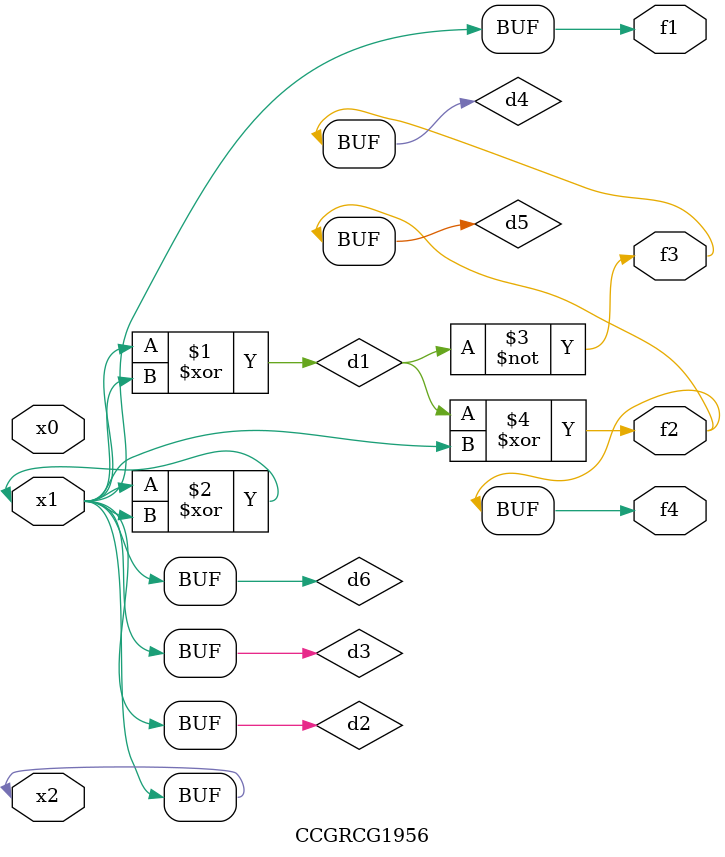
<source format=v>
module CCGRCG1956(
	input x0, x1, x2,
	output f1, f2, f3, f4
);

	wire d1, d2, d3, d4, d5, d6;

	xor (d1, x1, x2);
	buf (d2, x1, x2);
	xor (d3, x1, x2);
	nor (d4, d1);
	xor (d5, d1, d2);
	buf (d6, d2, d3);
	assign f1 = d6;
	assign f2 = d5;
	assign f3 = d4;
	assign f4 = d5;
endmodule

</source>
